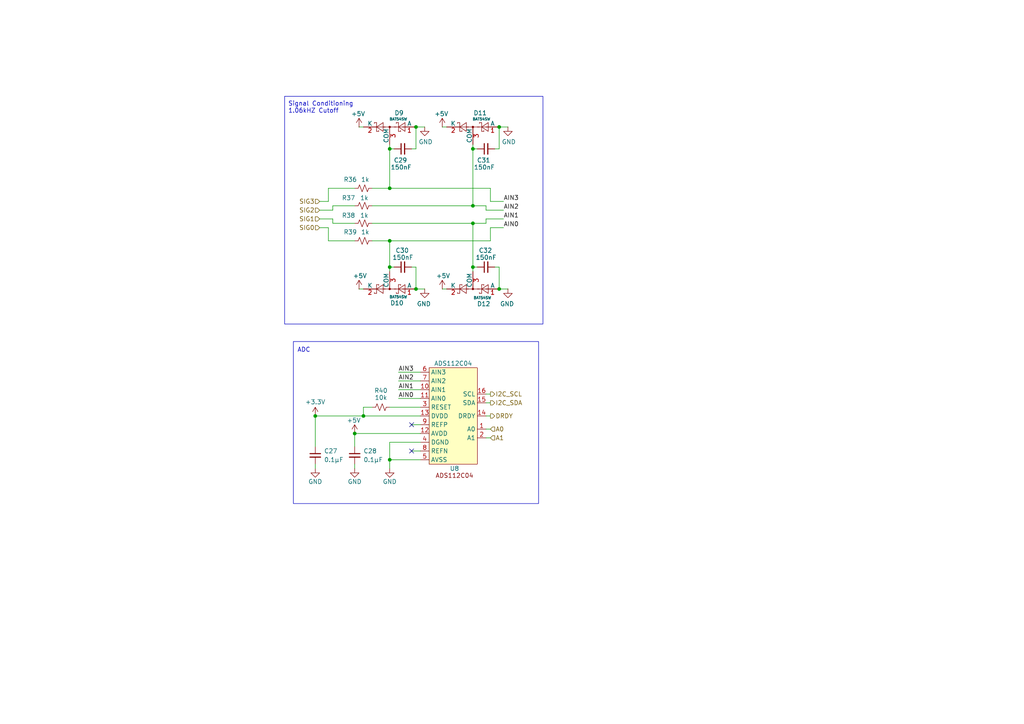
<source format=kicad_sch>
(kicad_sch (version 20250114) (generator "eeschema") (generator_version "9.0")
  (paper "A4")
  (title_block (rev "1.0.0") (company "Queen's Rocket Engineering Team"))
  (lib_symbols
    (symbol "ADS112C04_1"
      (property "Reference" "U" (at -0.762 -12.7 0))
      (symbol "ADS112C04_1_1_1"
        (rectangle (start -7.62 16.51) (end 6.35 -11.43) (fill (type background)))
        (text "ADS112C04" (at -0.254 -14.732 0) (effects (font (size 1.27 1.27))))
        (pin input line (at -10.16 15.24 0) (length 2.54) (name "AIN3") (number "6"))
        (pin input line (at -10.16 12.7 0) (length 2.54) (name "AIN2") (number "7"))
        (pin input line (at -10.16 10.16 0) (length 2.54) (name "AIN1") (number "10"))
        (pin input line (at -10.16 7.62 0) (length 2.54) (name "AIN0") (number "11"))
        (pin input line (at -10.16 5.08 0) (length 2.54) (name "RESET") (number "3"))
        (pin power_in line (at -10.16 2.54 0) (length 2.54) (name "DVDD") (number "13"))
        (pin input line (at -10.16 0 0) (length 2.54) (name "REFP") (number "9"))
        (pin power_in line (at -10.16 -2.54 0) (length 2.54) (name "AVDD") (number "12"))
        (pin power_in line (at -10.16 -5.08 0) (length 2.54) (name "DGND") (number "4"))
        (pin input line (at -10.16 -7.62 0) (length 2.54) (name "REFN") (number "8"))
        (pin power_in line (at -10.16 -10.16 0) (length 2.54) (name "AVSS") (number "5"))
        (pin input line (at 8.89 8.89 180) (length 2.54) (name "SCL") (number "16"))
        (pin bidirectional line (at 8.89 6.35 180) (length 2.54) (name "SDA") (number "15"))
        (pin output line (at 8.89 2.54 180) (length 2.54) (name "DRDY") (number "14"))
        (pin input line (at 8.89 -1.27 180) (length 2.54) (name "A0") (number "1"))
        (pin input line (at 8.89 -3.81 180) (length 2.54) (name "A1") (number "2"))
      )
    )
    (symbol "Device:C_Small" (pin_numbers (hide yes)) (pin_names (offset 0.254) (hide yes))
      (property "Reference" "C" (at 0.254 1.778 0))
      (property "Value" "C_Small" (at 0.254 -2.032 0))
      (symbol "C_Small_0_1"
        (polyline (pts (xy -1.524 0.508) (xy 1.524 0.508)) (stroke (width 0.3048)))
        (polyline (pts (xy -1.524 -0.508) (xy 1.524 -0.508)) (stroke (width 0.3302)))
      )
      (symbol "C_Small_1_1"
        (pin passive line (at 0 2.54 270) (length 2.032) (name "~") (number "1"))
        (pin passive line (at 0 -2.54 90) (length 2.032) (name "~") (number "2"))
      )
    )
    (symbol "Device:R_Small_US" (pin_numbers (hide yes)) (pin_names (offset 0.254) (hide yes))
      (property "Reference" "R" (at 0.762 0.508 0))
      (property "Value" "R_Small_US" (at 0.762 -1.016 0))
      (symbol "R_Small_US_1_1"
        (polyline (pts (xy 0 1.524) (xy 1.016 1.143) (xy 0 0.762) (xy -1.016 0.381) (xy 0 0)))
        (polyline (pts (xy 0 0) (xy 1.016 -0.381) (xy 0 -0.762) (xy -1.016 -1.143) (xy 0 -1.524)))
        (pin passive line (at 0 2.54 270) (length 1.016) (name "~") (number "1"))
        (pin passive line (at 0 -2.54 90) (length 1.016) (name "~") (number "2"))
      )
    )
    (symbol "Diode:BAT54SW" (pin_names (offset 0))
      (property "Reference" "D" (at 0.635 -3.81 0))
      (property "Value" "BAT54SW" (at -6.35 3.175 0))
      (symbol "BAT54SW_0_1"
        (polyline (pts (xy -4.445 1.27) (xy -4.445 -1.27) (xy -2.54 0) (xy -4.445 1.27)))
        (polyline (pts (xy -3.81 0) (xy -1.27 0)))
        (polyline (pts (xy -3.175 -1.27) (xy -3.175 -1.016)))
        (polyline (pts (xy -2.54 1.27) (xy -1.905 1.27)))
        (polyline (pts (xy -2.54 -1.27) (xy -3.175 -1.27)))
        (polyline (pts (xy -2.54 -1.27) (xy -2.54 1.27)))
        (polyline (pts (xy -1.905 1.27) (xy -1.905 1.016)))
        (polyline (pts (xy -1.905 0) (xy 1.905 0)))
        (circle (center 0 0) (radius 0.254) (fill (type outline)))
        (polyline (pts (xy 1.27 0) (xy 3.81 0)))
        (polyline (pts (xy 1.905 1.27) (xy 1.905 -1.27) (xy 3.81 0) (xy 1.905 1.27)))
        (polyline (pts (xy 3.175 -1.27) (xy 3.175 -1.016)))
        (polyline (pts (xy 3.81 1.27) (xy 4.445 1.27)))
        (polyline (pts (xy 3.81 -1.27) (xy 3.175 -1.27)))
        (polyline (pts (xy 3.81 -1.27) (xy 3.81 1.27)))
        (polyline (pts (xy 4.445 1.27) (xy 4.445 1.016)))
      )
      (symbol "BAT54SW_1_1"
        (pin passive line (at -7.62 0 0) (length 3.81) (name "A") (number "1"))
        (pin passive line (at 0 -5.08 90) (length 5.08) (name "COM") (number "3"))
        (pin passive line (at 7.62 0 180) (length 3.81) (name "K") (number "2"))
      )
    )
    (symbol "power:+3.3V" (power) (pin_numbers (hide yes)) (pin_names (offset 0) (hide yes))
      (property "Value" "+3.3V" (at 0 3.556 0))
      (symbol "+3.3V_0_1"
        (polyline (pts (xy -0.762 1.27) (xy 0 2.54)))
        (polyline (pts (xy 0 2.54) (xy 0.762 1.27)))
        (polyline (pts (xy 0 0) (xy 0 2.54)))
      )
      (symbol "+3.3V_1_1"
        (pin power_in line (at 0 0 90) (length 0) (name "~") (number "1"))
      )
    )
    (symbol "power:GND" (power) (pin_numbers (hide yes)) (pin_names (offset 0) (hide yes))
      (property "Value" "GND" (at 0 -3.81 0))
      (symbol "GND_0_1"
        (polyline (pts (xy 0 0) (xy 0 -1.27) (xy 1.27 -1.27) (xy 0 -2.54) (xy -1.27 -1.27) (xy 0 -1.27)))
      )
      (symbol "GND_1_1"
        (pin power_in line (at 0 0 270) (length 0) (name "~") (number "1"))
      )
    )
  )
  (rectangle (start 85.09 99.06) (end 156.21 146.05))
  (rectangle (start 82.55 27.94) (end 157.48 93.98))
  (text "ADC" (at 88.138 101.6 0) (effects (font (size 1.27 1.27))))
  (text "Signal Conditioning\n1.06kHZ Cutoff" (at 83.566 31.242 0) (effects (font (size 1.27 1.27)) (justify left)))
  (junction (at 91.44 120.65))
  (junction (at 113.03 43.18))
  (junction (at 113.03 77.47))
  (junction (at 113.03 54.61))
  (junction (at 144.78 36.83))
  (junction (at 120.65 36.83))
  (junction (at 137.16 43.18))
  (junction (at 105.41 120.65))
  (junction (at 144.78 83.82))
  (junction (at 113.03 69.85))
  (junction (at 137.16 64.77))
  (junction (at 137.16 59.69))
  (junction (at 120.65 83.82))
  (junction (at 137.16 77.47))
  (junction (at 113.03 133.35))
  (junction (at 102.87 125.73))
  (no_connect (at 119.38 130.81))
  (no_connect (at 119.38 123.19))
  (wire (pts (xy 113.03 43.18) (xy 113.03 41.91)))
  (wire (pts (xy 95.25 69.85) (xy 102.87 69.85)))
  (wire (pts (xy 107.95 118.11) (xy 105.41 118.11)))
  (wire (pts (xy 128.27 83.82) (xy 129.54 83.82)))
  (wire (pts (xy 115.57 110.49) (xy 121.92 110.49)))
  (wire (pts (xy 113.03 69.85) (xy 142.24 69.85)))
  (wire (pts (xy 113.03 69.85) (xy 113.03 77.47)))
  (wire (pts (xy 107.95 69.85) (xy 113.03 69.85)))
  (wire (pts (xy 142.24 54.61) (xy 142.24 58.42)))
  (wire (pts (xy 96.52 64.77) (xy 102.87 64.77)))
  (wire (pts (xy 95.25 58.42) (xy 95.25 54.61)))
  (wire (pts (xy 137.16 43.18) (xy 137.16 59.69)))
  (wire (pts (xy 115.57 115.57) (xy 121.92 115.57)))
  (wire (pts (xy 140.97 116.84) (xy 142.24 116.84)))
  (wire (pts (xy 102.87 125.73) (xy 121.92 125.73)))
  (wire (pts (xy 144.78 77.47) (xy 143.51 77.47)))
  (wire (pts (xy 102.87 125.73) (xy 102.87 129.54)))
  (wire (pts (xy 137.16 77.47) (xy 137.16 78.74)))
  (wire (pts (xy 114.3 43.18) (xy 113.03 43.18)))
  (wire (pts (xy 144.78 43.18) (xy 143.51 43.18)))
  (wire (pts (xy 113.03 54.61) (xy 142.24 54.61)))
  (wire (pts (xy 104.14 36.83) (xy 105.41 36.83)))
  (wire (pts (xy 115.57 113.03) (xy 121.92 113.03)))
  (wire (pts (xy 142.24 58.42) (xy 146.05 58.42)))
  (wire (pts (xy 140.97 60.96) (xy 146.05 60.96)))
  (wire (pts (xy 96.52 60.96) (xy 96.52 59.69)))
  (wire (pts (xy 128.27 36.83) (xy 129.54 36.83)))
  (wire (pts (xy 115.57 107.95) (xy 121.92 107.95)))
  (wire (pts (xy 91.44 134.62) (xy 91.44 135.89)))
  (wire (pts (xy 113.03 77.47) (xy 113.03 78.74)))
  (wire (pts (xy 120.65 43.18) (xy 120.65 36.83)))
  (wire (pts (xy 123.19 36.83) (xy 120.65 36.83)))
  (wire (pts (xy 120.65 77.47) (xy 120.65 83.82)))
  (wire (pts (xy 113.03 118.11) (xy 121.92 118.11)))
  (wire (pts (xy 107.95 54.61) (xy 113.03 54.61)))
  (wire (pts (xy 121.92 128.27) (xy 113.03 128.27)))
  (wire (pts (xy 107.95 59.69) (xy 137.16 59.69)))
  (wire (pts (xy 140.97 124.46) (xy 142.24 124.46)))
  (wire (pts (xy 113.03 128.27) (xy 113.03 133.35)))
  (wire (pts (xy 138.43 43.18) (xy 137.16 43.18)))
  (wire (pts (xy 91.44 120.65) (xy 105.41 120.65)))
  (wire (pts (xy 137.16 59.69) (xy 140.97 59.69)))
  (wire (pts (xy 144.78 43.18) (xy 144.78 36.83)))
  (wire (pts (xy 114.3 77.47) (xy 113.03 77.47)))
  (wire (pts (xy 137.16 64.77) (xy 137.16 77.47)))
  (wire (pts (xy 104.14 83.82) (xy 105.41 83.82)))
  (wire (pts (xy 121.92 133.35) (xy 113.03 133.35)))
  (wire (pts (xy 123.19 83.82) (xy 120.65 83.82)))
  (wire (pts (xy 147.32 83.82) (xy 144.78 83.82)))
  (wire (pts (xy 92.71 66.04) (xy 95.25 66.04)))
  (wire (pts (xy 95.25 54.61) (xy 102.87 54.61)))
  (wire (pts (xy 138.43 77.47) (xy 137.16 77.47)))
  (wire (pts (xy 96.52 59.69) (xy 102.87 59.69)))
  (wire (pts (xy 140.97 59.69) (xy 140.97 60.96)))
  (wire (pts (xy 140.97 114.3) (xy 142.24 114.3)))
  (wire (pts (xy 137.16 43.18) (xy 137.16 41.91)))
  (wire (pts (xy 147.32 36.83) (xy 144.78 36.83)))
  (wire (pts (xy 102.87 134.62) (xy 102.87 135.89)))
  (wire (pts (xy 120.65 43.18) (xy 119.38 43.18)))
  (wire (pts (xy 140.97 63.5) (xy 146.05 63.5)))
  (wire (pts (xy 119.38 130.81) (xy 121.92 130.81)))
  (wire (pts (xy 142.24 66.04) (xy 146.05 66.04)))
  (wire (pts (xy 105.41 118.11) (xy 105.41 120.65)))
  (wire (pts (xy 140.97 120.65) (xy 142.24 120.65)))
  (wire (pts (xy 142.24 69.85) (xy 142.24 66.04)))
  (wire (pts (xy 107.95 64.77) (xy 137.16 64.77)))
  (wire (pts (xy 137.16 64.77) (xy 140.97 64.77)))
  (wire (pts (xy 140.97 64.77) (xy 140.97 63.5)))
  (wire (pts (xy 119.38 123.19) (xy 121.92 123.19)))
  (wire (pts (xy 113.03 133.35) (xy 113.03 135.89)))
  (wire (pts (xy 113.03 43.18) (xy 113.03 54.61)))
  (wire (pts (xy 95.25 66.04) (xy 95.25 69.85)))
  (wire (pts (xy 96.52 63.5) (xy 96.52 64.77)))
  (wire (pts (xy 91.44 120.65) (xy 91.44 129.54)))
  (wire (pts (xy 92.71 58.42) (xy 95.25 58.42)))
  (wire (pts (xy 105.41 120.65) (xy 121.92 120.65)))
  (wire (pts (xy 92.71 60.96) (xy 96.52 60.96)))
  (wire (pts (xy 120.65 77.47) (xy 119.38 77.47)))
  (wire (pts (xy 144.78 77.47) (xy 144.78 83.82)))
  (wire (pts (xy 140.97 127) (xy 142.24 127)))
  (wire (pts (xy 92.71 63.5) (xy 96.52 63.5)))
  (label "AIN0" (at 146.05 66.04 0))
  (label "AIN2" (at 146.05 60.96 0))
  (label "AIN3" (at 115.57 107.95 0))
  (label "AIN0" (at 115.57 115.57 0))
  (label "AIN3" (at 146.05 58.42 0))
  (label "AIN1" (at 115.57 113.03 0))
  (label "AIN1" (at 146.05 63.5 0))
  (label "AIN2" (at 115.57 110.49 0))
  (hierarchical_label "I2C_SDA" (shape output) (at 142.24 116.84 0))
  (hierarchical_label "SIG2" (shape input) (at 92.71 60.96 180))
  (hierarchical_label "I2C_SCL" (shape output) (at 142.24 114.3 0))
  (hierarchical_label "DRDY" (shape output) (at 142.24 120.65 0))
  (hierarchical_label "A0" (shape input) (at 142.24 124.46 0))
  (hierarchical_label "SIG3" (shape input) (at 92.71 58.42 180))
  (hierarchical_label "A1" (shape input) (at 142.24 127 0))
  (hierarchical_label "SIG1" (shape input) (at 92.71 63.5 180))
  (hierarchical_label "SIG0" (shape input) (at 92.71 66.04 180))
  (symbol (lib_id "Device:C_Small") (at 102.87 132.08 0) (unit 1)
    (property "Reference" "C28" (at 105.41 130.8162 0) (effects (justify left)))
    (property "Value" "0.1μF" (at 105.41 133.3562 0) (effects (justify left)))
    (property "Footprint" "Capacitor_SMD:C_0402_1005Metric" (effects (hide yes)))
    (property "Description" "Unpolarized capacitor, small symbol" (effects (hide yes)))
    (property "MPN" "CL05B104KO5NNNC" (effects (hide yes)))
    (property "LCSC" "C307331" (effects (hide yes)))
    (instances (project "" (path "" (reference "C28") (unit 1)) (path "" (reference "C34") (unit 1))))
  )
  (symbol (lib_id "Device:C_Small") (at 140.97 77.47 90) (unit 1)
    (property "Reference" "C32" (at 142.748 72.644 90) (effects (justify left)))
    (property "Value" "150nF" (at 144.018 74.676 90) (effects (justify left)))
    (property "Footprint" "Capacitor_SMD:C_0402_1005Metric" (effects (hide yes)))
    (property "Description" "Unpolarized capacitor, small symbol" (effects (hide yes)))
    (property "LCSC" "C576725" (effects (hide yes)))
    (instances (project "panda" (path "" (reference "C32") (unit 1)) (path "" (reference "C38") (unit 1))))
  )
  (symbol (lib_id "Device:C_Small") (at 116.84 43.18 90) (unit 1)
    (property "Reference" "C29" (at 118.11 46.482 90) (effects (justify left)))
    (property "Value" "150nF" (at 119.38 48.514 90) (effects (justify left)))
    (property "Footprint" "Capacitor_SMD:C_0402_1005Metric" (effects (hide yes)))
    (property "Description" "Unpolarized capacitor, small symbol" (effects (hide yes)))
    (property "LCSC" "C576725" (effects (hide yes)))
    (instances (project "panda" (path "" (reference "C29") (unit 1)) (path "" (reference "C35") (unit 1))))
  )
  (symbol (lib_id "power:GND") (at 91.44 135.89 0) (unit 1)
    (property "Reference" "#PWR076" (effects (hide yes)))
    (property "Value" "GND" (at 91.44 139.7 0))
    (property "Description" "Power symbol creates a global label with name \"GND\" , ground" (effects (hide yes)))
    (instances (project "" (path "" (reference "#PWR076") (unit 1)) (path "" (reference "#PWR089") (unit 1))))
  )
  (symbol (lib_id "Device:C_Small") (at 91.44 132.08 0) (unit 1)
    (property "Reference" "C27" (at 93.98 130.8162 0) (effects (justify left)))
    (property "Value" "0.1μF" (at 93.98 133.3562 0) (effects (justify left)))
    (property "Footprint" "Capacitor_SMD:C_0402_1005Metric" (effects (hide yes)))
    (property "Description" "Unpolarized capacitor, small symbol" (effects (hide yes)))
    (property "MPN" "CL05B104KO5NNNC" (effects (hide yes)))
    (property "LCSC" "C307331" (effects (hide yes)))
    (instances (project "" (path "" (reference "C27") (unit 1)) (path "" (reference "C33") (unit 1))))
  )
  (symbol (lib_id "Diode:BAT54SW") (at 113.03 36.83 0) (mirror y) (unit 1)
    (property "Reference" "D9" (at 117.094 32.766 0) (effects (justify left)))
    (property "Value" "BAT54SW" (at 118.11 34.544 0) (effects (font (size 0.762 0.762)) (justify left)))
    (property "Footprint" "Package_TO_SOT_SMD:SOT-323_SC-70" (effects (hide yes)))
    (property "Datasheet" "https://assets.nexperia.com/documents/data-sheet/BAT54W_SER.pdf" (effects (hide yes)))
    (property "Description" "Vr 30V, If 200mA, Dual schottky barrier diode, in series, SOT-323" (effects (hide yes)))
    (property "LCSC" "C83575" (effects (hide yes)))
    (instances (project "panda" (path "" (reference "D9") (unit 1)) (path "" (reference "D13") (unit 1))))
  )
  (symbol (lib_id "power:+3.3V") (at 104.14 83.82 0) (mirror y) (unit 1)
    (property "Reference" "#PWR080" (effects (hide yes)))
    (property "Value" "+5V" (at 104.394 80.01 0))
    (property "Description" "Power symbol creates a global label with name \"+3.3V\"" (effects (hide yes)))
    (instances (project "panda" (path "" (reference "#PWR080") (unit 1)) (path "" (reference "#PWR093") (unit 1))))
  )
  (symbol (lib_id "Device:C_Small") (at 140.97 43.18 90) (unit 1)
    (property "Reference" "C31" (at 142.24 46.482 90) (effects (justify left)))
    (property "Value" "150nF" (at 143.51 48.514 90) (effects (justify left)))
    (property "Footprint" "Capacitor_SMD:C_0402_1005Metric" (effects (hide yes)))
    (property "Description" "Unpolarized capacitor, small symbol" (effects (hide yes)))
    (property "LCSC" "C576725" (effects (hide yes)))
    (instances (project "panda" (path "" (reference "C31") (unit 1)) (path "" (reference "C37") (unit 1))))
  )
  (symbol (lib_id "power:GND") (at 123.19 83.82 0) (mirror y) (unit 1)
    (property "Reference" "#PWR083" (effects (hide yes)))
    (property "Value" "GND" (at 122.936 88.138 0))
    (property "Description" "Power symbol creates a global label with name \"GND\" , ground" (effects (hide yes)))
    (instances (project "panda" (path "" (reference "#PWR083") (unit 1)) (path "" (reference "#PWR096") (unit 1))))
  )
  (symbol (lib_id "power:+3.3V") (at 104.14 36.83 0) (unit 1)
    (property "Reference" "#PWR079" (effects (hide yes)))
    (property "Value" "+5V" (at 103.886 33.02 0))
    (property "Description" "Power symbol creates a global label with name \"+3.3V\"" (effects (hide yes)))
    (instances (project "panda" (path "" (reference "#PWR079") (unit 1)) (path "" (reference "#PWR092") (unit 1))))
  )
  (symbol (lib_id "power:+3.3V") (at 102.87 125.73 0) (unit 1)
    (property "Reference" "#PWR077" (effects (hide yes)))
    (property "Value" "+5V" (at 102.616 121.92 0))
    (property "Description" "Power symbol creates a global label with name \"+3.3V\"" (effects (hide yes)))
    (instances (project "" (path "" (reference "#PWR077") (unit 1)) (path "" (reference "#PWR090") (unit 1))))
  )
  (symbol (lib_id "Device:R_Small_US") (at 110.49 118.11 90) (unit 1)
    (property "Reference" "R40" (at 110.49 113.284 90))
    (property "Value" "10k" (at 110.49 115.316 90))
    (property "Footprint" "Resistor_SMD:R_0402_1005Metric" (effects (hide yes)))
    (property "Description" "Resistor, small US symbol" (effects (hide yes)))
    (property "LCSC" "C25531" (effects (hide yes)))
    (property "MPN" "0402WGJ0103TCE" (effects (hide yes)))
    (instances (project "" (path "" (reference "R40") (unit 1)) (path "" (reference "R45") (unit 1))))
  )
  (symbol (lib_id "Device:R_Small_US") (at 105.41 64.77 90) (unit 1)
    (property "Reference" "R38" (at 101.092 62.484 90))
    (property "Value" "1k" (at 105.664 62.484 90))
    (property "Footprint" "Resistor_SMD:R_0402_1005Metric" (effects (hide yes)))
    (property "Description" "Resistor, small US symbol" (effects (hide yes)))
    (instances (project "panda" (path "" (reference "R38") (unit 1)) (path "" (reference "R43") (unit 1))))
  )
  (symbol (lib_id "Device:R_Small_US") (at 105.41 54.61 90) (unit 1)
    (property "Reference" "R36" (at 101.6 52.07 90))
    (property "Value" "1k" (at 105.918 52.07 90))
    (property "Footprint" "Resistor_SMD:R_0402_1005Metric" (effects (hide yes)))
    (property "Description" "Resistor, small US symbol" (effects (hide yes)))
    (instances (project "panda" (path "" (reference "R36") (unit 1)) (path "" (reference "R41") (unit 1))))
  )
  (symbol (lib_id "power:GND") (at 102.87 135.89 0) (unit 1)
    (property "Reference" "#PWR078" (effects (hide yes)))
    (property "Value" "GND" (at 102.87 139.7 0))
    (property "Description" "Power symbol creates a global label with name \"GND\" , ground" (effects (hide yes)))
    (instances (project "" (path "" (reference "#PWR078") (unit 1)) (path "" (reference "#PWR091") (unit 1))))
  )
  (symbol (lib_id "power:GND") (at 147.32 36.83 0) (unit 1)
    (property "Reference" "#PWR086" (effects (hide yes)))
    (property "Value" "GND" (at 147.574 41.148 0))
    (property "Description" "Power symbol creates a global label with name \"GND\" , ground" (effects (hide yes)))
    (instances (project "panda" (path "" (reference "#PWR086") (unit 1)) (path "" (reference "#PWR099") (unit 1))))
  )
  (symbol (lib_id "Diode:BAT54SW") (at 137.16 83.82 180) (unit 1)
    (property "Reference" "D12" (at 142.24 88.138 0) (effects (justify left)))
    (property "Value" "BAT54SW" (at 142.494 86.36 0) (effects (font (size 0.762 0.762)) (justify left)))
    (property "Footprint" "Package_TO_SOT_SMD:SOT-323_SC-70" (effects (hide yes)))
    (property "Datasheet" "https://assets.nexperia.com/documents/data-sheet/BAT54W_SER.pdf" (effects (hide yes)))
    (property "Description" "Vr 30V, If 200mA, Dual schottky barrier diode, in series, SOT-323" (effects (hide yes)))
    (property "LCSC" "C83575" (effects (hide yes)))
    (instances (project "panda" (path "" (reference "D12") (unit 1)) (path "" (reference "D16") (unit 1))))
  )
  (symbol (lib_id "Device:R_Small_US") (at 105.41 69.85 90) (unit 1)
    (property "Reference" "R39" (at 101.6 67.31 90))
    (property "Value" "1k" (at 105.918 67.31 90))
    (property "Footprint" "Resistor_SMD:R_0402_1005Metric" (effects (hide yes)))
    (property "Description" "Resistor, small US symbol" (effects (hide yes)))
    (instances (project "panda" (path "" (reference "R39") (unit 1)) (path "" (reference "R44") (unit 1))))
  )
  (symbol (lib_name "ADS112C04_1") (lib_id "ADS112C04:ADS112C04") (at 132.08 123.19 0) (unit 1)
    (property "Reference" "U8" (at 131.826 135.89 0))
    (property "Value" "ADS112C04" (at 131.445 105.41 0))
    (property "Footprint" "Package_SO:TSSOP-16_4.4x5mm_P0.65mm" (effects (hide yes)))
    (property "Datasheet" "kicad-embed://ads112c04.pdf" (effects (hide yes)))
    (property "MPN" "ADS112C04IPWR" (effects (hide yes)))
    (property "LCSC" "C701615" (effects (hide yes)))
    (instances (project "" (path "" (reference "U8") (unit 1)) (path "" (reference "U9") (unit 1))))
  )
  (symbol (lib_id "power:+3.3V") (at 91.44 120.65 0) (unit 1)
    (property "Reference" "#PWR075" (effects (hide yes)))
    (property "Value" "+3.3V" (at 91.44 116.586 0))
    (property "Description" "Power symbol creates a global label with name \"+3.3V\"" (effects (hide yes)))
    (instances (project "" (path "" (reference "#PWR075") (unit 1)) (path "" (reference "#PWR088") (unit 1))))
  )
  (symbol (lib_id "power:+3.3V") (at 128.27 83.82 0) (mirror y) (unit 1)
    (property "Reference" "#PWR085" (effects (hide yes)))
    (property "Value" "+5V" (at 128.524 80.01 0))
    (property "Description" "Power symbol creates a global label with name \"+3.3V\"" (effects (hide yes)))
    (instances (project "panda" (path "" (reference "#PWR085") (unit 1)) (path "" (reference "#PWR098") (unit 1))))
  )
  (symbol (lib_id "Diode:BAT54SW") (at 137.16 36.83 0) (mirror y) (unit 1)
    (property "Reference" "D11" (at 141.224 32.766 0) (effects (justify left)))
    (property "Value" "BAT54SW" (at 142.24 34.544 0) (effects (font (size 0.762 0.762)) (justify left)))
    (property "Footprint" "Package_TO_SOT_SMD:SOT-323_SC-70" (effects (hide yes)))
    (property "Datasheet" "https://assets.nexperia.com/documents/data-sheet/BAT54W_SER.pdf" (effects (hide yes)))
    (property "Description" "Vr 30V, If 200mA, Dual schottky barrier diode, in series, SOT-323" (effects (hide yes)))
    (property "LCSC" "C83575" (effects (hide yes)))
    (instances (project "panda" (path "" (reference "D11") (unit 1)) (path "" (reference "D15") (unit 1))))
  )
  (symbol (lib_id "power:+3.3V") (at 128.27 36.83 0) (unit 1)
    (property "Reference" "#PWR084" (effects (hide yes)))
    (property "Value" "+5V" (at 128.016 33.02 0))
    (property "Description" "Power symbol creates a global label with name \"+3.3V\"" (effects (hide yes)))
    (instances (project "panda" (path "" (reference "#PWR084") (unit 1)) (path "" (reference "#PWR097") (unit 1))))
  )
  (symbol (lib_id "power:GND") (at 147.32 83.82 0) (mirror y) (unit 1)
    (property "Reference" "#PWR087" (effects (hide yes)))
    (property "Value" "GND" (at 147.066 88.138 0))
    (property "Description" "Power symbol creates a global label with name \"GND\" , ground" (effects (hide yes)))
    (instances (project "panda" (path "" (reference "#PWR087") (unit 1)) (path "" (reference "#PWR0100") (unit 1))))
  )
  (symbol (lib_id "power:GND") (at 113.03 135.89 0) (unit 1)
    (property "Reference" "#PWR081" (effects (hide yes)))
    (property "Value" "GND" (at 113.03 139.7 0))
    (property "Description" "Power symbol creates a global label with name \"GND\" , ground" (effects (hide yes)))
    (instances (project "" (path "" (reference "#PWR081") (unit 1)) (path "" (reference "#PWR094") (unit 1))))
  )
  (symbol (lib_id "Diode:BAT54SW") (at 113.03 83.82 180) (unit 1)
    (property "Reference" "D10" (at 117.094 87.884 0) (effects (justify left)))
    (property "Value" "BAT54SW" (at 118.11 86.106 0) (effects (font (size 0.762 0.762)) (justify left)))
    (property "Footprint" "Package_TO_SOT_SMD:SOT-323_SC-70" (effects (hide yes)))
    (property "Datasheet" "https://assets.nexperia.com/documents/data-sheet/BAT54W_SER.pdf" (effects (hide yes)))
    (property "Description" "Vr 30V, If 200mA, Dual schottky barrier diode, in series, SOT-323" (effects (hide yes)))
    (property "LCSC" "C83575" (effects (hide yes)))
    (instances (project "panda" (path "" (reference "D10") (unit 1)) (path "" (reference "D14") (unit 1))))
  )
  (symbol (lib_id "Device:R_Small_US") (at 105.41 59.69 90) (unit 1)
    (property "Reference" "R37" (at 101.092 57.404 90))
    (property "Value" "1k" (at 105.664 57.404 90))
    (property "Footprint" "Resistor_SMD:R_0402_1005Metric" (effects (hide yes)))
    (property "Description" "Resistor, small US symbol" (effects (hide yes)))
    (instances (project "panda" (path "" (reference "R37") (unit 1)) (path "" (reference "R42") (unit 1))))
  )
  (symbol (lib_id "Device:C_Small") (at 116.84 77.47 90) (unit 1)
    (property "Reference" "C30" (at 118.618 72.644 90) (effects (justify left)))
    (property "Value" "150nF" (at 119.888 74.676 90) (effects (justify left)))
    (property "Footprint" "Capacitor_SMD:C_0402_1005Metric" (effects (hide yes)))
    (property "Description" "Unpolarized capacitor, small symbol" (effects (hide yes)))
    (property "LCSC" "C576725" (effects (hide yes)))
    (instances (project "panda" (path "" (reference "C30") (unit 1)) (path "" (reference "C36") (unit 1))))
  )
  (symbol (lib_id "power:GND") (at 123.19 36.83 0) (unit 1)
    (property "Reference" "#PWR082" (effects (hide yes)))
    (property "Value" "GND" (at 123.444 41.148 0))
    (property "Description" "Power symbol creates a global label with name \"GND\" , ground" (effects (hide yes)))
    (instances (project "panda" (path "" (reference "#PWR082") (unit 1)) (path "" (reference "#PWR095") (unit 1))))
  )
)
</source>
